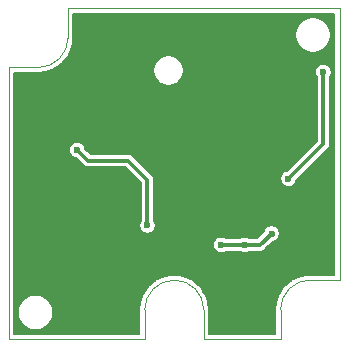
<source format=gbr>
G04 #@! TF.GenerationSoftware,KiCad,Pcbnew,5.1.6-c6e7f7d~87~ubuntu18.04.1*
G04 #@! TF.CreationDate,2020-08-30T01:02:13+03:00*
G04 #@! TF.ProjectId,nikon_gps,6e696b6f-6e5f-4677-9073-2e6b69636164,B*
G04 #@! TF.SameCoordinates,Original*
G04 #@! TF.FileFunction,Copper,L2,Bot*
G04 #@! TF.FilePolarity,Positive*
%FSLAX46Y46*%
G04 Gerber Fmt 4.6, Leading zero omitted, Abs format (unit mm)*
G04 Created by KiCad (PCBNEW 5.1.6-c6e7f7d~87~ubuntu18.04.1) date 2020-08-30 01:02:13*
%MOMM*%
%LPD*%
G01*
G04 APERTURE LIST*
G04 #@! TA.AperFunction,Profile*
%ADD10C,0.100000*%
G04 #@! TD*
G04 #@! TA.AperFunction,ViaPad*
%ADD11C,0.800000*%
G04 #@! TD*
G04 #@! TA.AperFunction,ViaPad*
%ADD12C,0.600000*%
G04 #@! TD*
G04 #@! TA.AperFunction,Conductor*
%ADD13C,0.350000*%
G04 #@! TD*
G04 #@! TA.AperFunction,Conductor*
%ADD14C,0.200000*%
G04 #@! TD*
G04 APERTURE END LIST*
D10*
X116500000Y-125500000D02*
X116500000Y-128000000D01*
X111500000Y-125500000D02*
X111500000Y-128000000D01*
X114000000Y-123000000D02*
G75*
G03*
X111500000Y-125500000I0J-2500000D01*
G01*
X116500000Y-125500000D02*
G75*
G03*
X114000000Y-123000000I-2500000J0D01*
G01*
X100000000Y-128000000D02*
X111500000Y-128000000D01*
X105000000Y-100000000D02*
X128000000Y-100000000D01*
X128000000Y-123000000D02*
X128000000Y-100000000D01*
X116500000Y-128000000D02*
X123000000Y-128000000D01*
X100000000Y-128000000D02*
X100000000Y-105000000D01*
X100000000Y-105000000D02*
X102500000Y-105000000D01*
X105000000Y-102500000D02*
X105000000Y-100000000D01*
X105000000Y-102500000D02*
G75*
G02*
X102500000Y-105000000I-2500000J0D01*
G01*
X123000000Y-125500000D02*
G75*
G02*
X125500000Y-123000000I2500000J0D01*
G01*
X123000000Y-125500000D02*
X123000000Y-128000000D01*
X125500000Y-123000000D02*
X128000000Y-123000000D01*
D11*
X115800000Y-105965000D03*
X111200000Y-105965000D03*
X115800000Y-108665000D03*
X112700000Y-108665000D03*
X114300000Y-108665000D03*
X111200000Y-108665000D03*
X115800000Y-103365000D03*
X114300000Y-103365000D03*
X112700000Y-103365000D03*
X111200000Y-103365000D03*
D12*
X111734600Y-118364000D03*
X126619000Y-105410000D03*
X117983000Y-120015000D03*
X123672500Y-114427000D03*
X122237500Y-119062500D03*
X119966500Y-120015000D03*
X105791000Y-111999000D03*
X110490000Y-115951000D03*
X118328000Y-121757000D03*
X123408000Y-121757000D03*
X119380000Y-103425000D03*
X121031000Y-102235000D03*
X120396000Y-103632000D03*
X101625400Y-107772200D03*
X108966000Y-125984000D03*
X111252000Y-123698000D03*
X104902000Y-125730000D03*
X116611704Y-123825000D03*
X108524000Y-115951000D03*
X123444000Y-108270000D03*
X125603000Y-108155500D03*
X115062000Y-114427000D03*
X124929900Y-111798100D03*
X106299000Y-119380000D03*
X107061000Y-119380000D03*
X103896400Y-113299000D03*
X103866000Y-111506000D03*
D13*
X126619000Y-111480500D02*
X126619000Y-110744000D01*
X123672500Y-114427000D02*
X126619000Y-111480500D01*
X126619000Y-105410000D02*
X126619000Y-110744000D01*
X119918000Y-120015000D02*
X119966500Y-120063500D01*
X117983000Y-120015000D02*
X119918000Y-120015000D01*
X117983000Y-120015000D02*
X119966500Y-120015000D01*
X121285000Y-120015000D02*
X122237500Y-119062500D01*
X119966500Y-120015000D02*
X121285000Y-120015000D01*
X111734600Y-114528600D02*
X110094000Y-112888000D01*
X110094000Y-112888000D02*
X106680000Y-112888000D01*
X111734600Y-118364000D02*
X111734600Y-114528600D01*
X106680000Y-112888000D02*
X105791000Y-111999000D01*
D14*
G36*
X127550000Y-122550000D02*
G01*
X125477895Y-122550000D01*
X125457364Y-122552022D01*
X125441763Y-122551913D01*
X125435509Y-122552526D01*
X124950267Y-122603527D01*
X124910283Y-122611735D01*
X124870251Y-122619371D01*
X124864236Y-122621187D01*
X124398143Y-122765467D01*
X124360554Y-122781268D01*
X124322727Y-122796551D01*
X124317180Y-122799500D01*
X123887987Y-123031564D01*
X123854167Y-123054376D01*
X123820047Y-123076703D01*
X123815178Y-123080674D01*
X123439233Y-123391683D01*
X123410507Y-123420610D01*
X123381353Y-123449160D01*
X123377348Y-123454001D01*
X123068972Y-123832108D01*
X123046406Y-123866072D01*
X123023359Y-123899732D01*
X123020371Y-123905258D01*
X122791309Y-124336062D01*
X122775761Y-124373782D01*
X122759699Y-124411258D01*
X122757841Y-124417260D01*
X122616818Y-124884350D01*
X122608886Y-124924408D01*
X122600417Y-124964253D01*
X122599760Y-124970501D01*
X122552190Y-125455659D01*
X122550000Y-125477896D01*
X122550001Y-127550000D01*
X116950000Y-127550000D01*
X116950000Y-125477895D01*
X116947978Y-125457364D01*
X116948087Y-125441763D01*
X116947474Y-125435509D01*
X116896473Y-124950267D01*
X116888265Y-124910283D01*
X116880629Y-124870251D01*
X116878813Y-124864236D01*
X116734533Y-124398143D01*
X116718732Y-124360554D01*
X116703449Y-124322727D01*
X116700500Y-124317180D01*
X116468436Y-123887987D01*
X116445624Y-123854167D01*
X116423297Y-123820047D01*
X116419326Y-123815178D01*
X116108317Y-123439233D01*
X116079390Y-123410507D01*
X116050840Y-123381353D01*
X116045999Y-123377348D01*
X115667892Y-123068972D01*
X115633928Y-123046406D01*
X115600268Y-123023359D01*
X115594742Y-123020371D01*
X115163938Y-122791309D01*
X115126218Y-122775761D01*
X115088742Y-122759699D01*
X115082744Y-122757842D01*
X115082738Y-122757840D01*
X114615650Y-122616818D01*
X114575592Y-122608886D01*
X114535747Y-122600417D01*
X114529499Y-122599760D01*
X114043912Y-122552148D01*
X114024253Y-122552148D01*
X114004710Y-122550025D01*
X113998427Y-122550003D01*
X113980974Y-122550064D01*
X113961418Y-122552050D01*
X113941763Y-122551913D01*
X113935509Y-122552526D01*
X113450267Y-122603527D01*
X113410283Y-122611735D01*
X113370251Y-122619371D01*
X113364236Y-122621187D01*
X112898143Y-122765467D01*
X112860554Y-122781268D01*
X112822727Y-122796551D01*
X112817180Y-122799500D01*
X112387987Y-123031564D01*
X112354167Y-123054376D01*
X112320047Y-123076703D01*
X112315178Y-123080674D01*
X111939233Y-123391683D01*
X111910507Y-123420610D01*
X111881353Y-123449160D01*
X111877348Y-123454001D01*
X111568972Y-123832108D01*
X111546406Y-123866072D01*
X111523359Y-123899732D01*
X111520371Y-123905258D01*
X111291309Y-124336062D01*
X111275761Y-124373782D01*
X111259699Y-124411258D01*
X111257841Y-124417260D01*
X111116818Y-124884350D01*
X111108886Y-124924408D01*
X111100417Y-124964253D01*
X111099760Y-124970501D01*
X111052190Y-125455659D01*
X111050000Y-125477896D01*
X111050001Y-127550000D01*
X100450000Y-127550000D01*
X100450000Y-125602263D01*
X100750000Y-125602263D01*
X100750000Y-125897737D01*
X100807644Y-126187534D01*
X100920717Y-126460517D01*
X101084874Y-126706194D01*
X101293806Y-126915126D01*
X101539483Y-127079283D01*
X101812466Y-127192356D01*
X102102263Y-127250000D01*
X102397737Y-127250000D01*
X102687534Y-127192356D01*
X102960517Y-127079283D01*
X103206194Y-126915126D01*
X103415126Y-126706194D01*
X103579283Y-126460517D01*
X103692356Y-126187534D01*
X103750000Y-125897737D01*
X103750000Y-125602263D01*
X103692356Y-125312466D01*
X103579283Y-125039483D01*
X103415126Y-124793806D01*
X103206194Y-124584874D01*
X102960517Y-124420717D01*
X102687534Y-124307644D01*
X102397737Y-124250000D01*
X102102263Y-124250000D01*
X101812466Y-124307644D01*
X101539483Y-124420717D01*
X101293806Y-124584874D01*
X101084874Y-124793806D01*
X100920717Y-125039483D01*
X100807644Y-125312466D01*
X100750000Y-125602263D01*
X100450000Y-125602263D01*
X100450000Y-119946056D01*
X117283000Y-119946056D01*
X117283000Y-120083944D01*
X117309901Y-120219182D01*
X117362668Y-120346574D01*
X117439274Y-120461224D01*
X117536776Y-120558726D01*
X117651426Y-120635332D01*
X117778818Y-120688099D01*
X117914056Y-120715000D01*
X118051944Y-120715000D01*
X118187182Y-120688099D01*
X118314574Y-120635332D01*
X118382419Y-120590000D01*
X119567081Y-120590000D01*
X119634926Y-120635332D01*
X119762318Y-120688099D01*
X119897556Y-120715000D01*
X120035444Y-120715000D01*
X120170682Y-120688099D01*
X120298074Y-120635332D01*
X120365919Y-120590000D01*
X121256757Y-120590000D01*
X121285000Y-120592782D01*
X121313243Y-120590000D01*
X121313246Y-120590000D01*
X121397720Y-120581680D01*
X121506108Y-120548801D01*
X121605998Y-120495408D01*
X121693554Y-120423554D01*
X121711565Y-120401607D01*
X122361655Y-119751518D01*
X122441682Y-119735599D01*
X122569074Y-119682832D01*
X122683724Y-119606226D01*
X122781226Y-119508724D01*
X122857832Y-119394074D01*
X122910599Y-119266682D01*
X122937500Y-119131444D01*
X122937500Y-118993556D01*
X122910599Y-118858318D01*
X122857832Y-118730926D01*
X122781226Y-118616276D01*
X122683724Y-118518774D01*
X122569074Y-118442168D01*
X122441682Y-118389401D01*
X122306444Y-118362500D01*
X122168556Y-118362500D01*
X122033318Y-118389401D01*
X121905926Y-118442168D01*
X121791276Y-118518774D01*
X121693774Y-118616276D01*
X121617168Y-118730926D01*
X121564401Y-118858318D01*
X121548482Y-118938345D01*
X121046828Y-119440000D01*
X120365919Y-119440000D01*
X120298074Y-119394668D01*
X120170682Y-119341901D01*
X120035444Y-119315000D01*
X119897556Y-119315000D01*
X119762318Y-119341901D01*
X119634926Y-119394668D01*
X119567081Y-119440000D01*
X118382419Y-119440000D01*
X118314574Y-119394668D01*
X118187182Y-119341901D01*
X118051944Y-119315000D01*
X117914056Y-119315000D01*
X117778818Y-119341901D01*
X117651426Y-119394668D01*
X117536776Y-119471274D01*
X117439274Y-119568776D01*
X117362668Y-119683426D01*
X117309901Y-119810818D01*
X117283000Y-119946056D01*
X100450000Y-119946056D01*
X100450000Y-111930056D01*
X105091000Y-111930056D01*
X105091000Y-112067944D01*
X105117901Y-112203182D01*
X105170668Y-112330574D01*
X105247274Y-112445224D01*
X105344776Y-112542726D01*
X105459426Y-112619332D01*
X105586818Y-112672099D01*
X105666845Y-112688018D01*
X106253439Y-113274612D01*
X106271446Y-113296554D01*
X106293386Y-113314559D01*
X106359001Y-113368408D01*
X106458892Y-113421801D01*
X106567280Y-113454680D01*
X106651754Y-113463000D01*
X106651757Y-113463000D01*
X106680000Y-113465782D01*
X106708243Y-113463000D01*
X109855828Y-113463000D01*
X111159601Y-114766774D01*
X111159600Y-117964581D01*
X111114268Y-118032426D01*
X111061501Y-118159818D01*
X111034600Y-118295056D01*
X111034600Y-118432944D01*
X111061501Y-118568182D01*
X111114268Y-118695574D01*
X111190874Y-118810224D01*
X111288376Y-118907726D01*
X111403026Y-118984332D01*
X111530418Y-119037099D01*
X111665656Y-119064000D01*
X111803544Y-119064000D01*
X111938782Y-119037099D01*
X112066174Y-118984332D01*
X112180824Y-118907726D01*
X112278326Y-118810224D01*
X112354932Y-118695574D01*
X112407699Y-118568182D01*
X112434600Y-118432944D01*
X112434600Y-118295056D01*
X112407699Y-118159818D01*
X112354932Y-118032426D01*
X112309600Y-117964581D01*
X112309600Y-114556843D01*
X112312382Y-114528600D01*
X112309600Y-114500354D01*
X112301280Y-114415880D01*
X112283740Y-114358056D01*
X122972500Y-114358056D01*
X122972500Y-114495944D01*
X122999401Y-114631182D01*
X123052168Y-114758574D01*
X123128774Y-114873224D01*
X123226276Y-114970726D01*
X123340926Y-115047332D01*
X123468318Y-115100099D01*
X123603556Y-115127000D01*
X123741444Y-115127000D01*
X123876682Y-115100099D01*
X124004074Y-115047332D01*
X124118724Y-114970726D01*
X124216226Y-114873224D01*
X124292832Y-114758574D01*
X124345599Y-114631182D01*
X124361518Y-114551154D01*
X127005613Y-111907060D01*
X127027554Y-111889054D01*
X127061782Y-111847347D01*
X127099408Y-111801499D01*
X127152801Y-111701608D01*
X127163170Y-111667426D01*
X127185680Y-111593220D01*
X127194000Y-111508746D01*
X127194000Y-111508744D01*
X127196782Y-111480501D01*
X127194000Y-111452258D01*
X127194000Y-105809419D01*
X127239332Y-105741574D01*
X127292099Y-105614182D01*
X127319000Y-105478944D01*
X127319000Y-105341056D01*
X127292099Y-105205818D01*
X127239332Y-105078426D01*
X127162726Y-104963776D01*
X127065224Y-104866274D01*
X126950574Y-104789668D01*
X126823182Y-104736901D01*
X126687944Y-104710000D01*
X126550056Y-104710000D01*
X126414818Y-104736901D01*
X126287426Y-104789668D01*
X126172776Y-104866274D01*
X126075274Y-104963776D01*
X125998668Y-105078426D01*
X125945901Y-105205818D01*
X125919000Y-105341056D01*
X125919000Y-105478944D01*
X125945901Y-105614182D01*
X125998668Y-105741574D01*
X126044000Y-105809419D01*
X126044001Y-110715744D01*
X126044000Y-110715754D01*
X126044000Y-111242327D01*
X123548346Y-113737982D01*
X123468318Y-113753901D01*
X123340926Y-113806668D01*
X123226276Y-113883274D01*
X123128774Y-113980776D01*
X123052168Y-114095426D01*
X122999401Y-114222818D01*
X122972500Y-114358056D01*
X112283740Y-114358056D01*
X112268401Y-114307492D01*
X112215008Y-114207601D01*
X112161159Y-114141986D01*
X112143154Y-114120046D01*
X112121212Y-114102039D01*
X110520565Y-112501393D01*
X110502554Y-112479446D01*
X110414998Y-112407592D01*
X110315108Y-112354199D01*
X110206720Y-112321320D01*
X110122246Y-112313000D01*
X110122243Y-112313000D01*
X110094000Y-112310218D01*
X110065757Y-112313000D01*
X106918173Y-112313000D01*
X106480018Y-111874845D01*
X106464099Y-111794818D01*
X106411332Y-111667426D01*
X106334726Y-111552776D01*
X106237224Y-111455274D01*
X106122574Y-111378668D01*
X105995182Y-111325901D01*
X105859944Y-111299000D01*
X105722056Y-111299000D01*
X105586818Y-111325901D01*
X105459426Y-111378668D01*
X105344776Y-111455274D01*
X105247274Y-111552776D01*
X105170668Y-111667426D01*
X105117901Y-111794818D01*
X105091000Y-111930056D01*
X100450000Y-111930056D01*
X100450000Y-105450000D01*
X102522105Y-105450000D01*
X102542636Y-105447978D01*
X102558238Y-105448087D01*
X102564491Y-105447474D01*
X103049733Y-105396473D01*
X103089692Y-105388270D01*
X103129748Y-105380629D01*
X103135763Y-105378813D01*
X103601857Y-105234533D01*
X103639460Y-105218726D01*
X103677272Y-105203449D01*
X103682820Y-105200500D01*
X103779833Y-105148045D01*
X112211000Y-105148045D01*
X112211000Y-105401955D01*
X112260535Y-105650987D01*
X112357703Y-105885570D01*
X112498768Y-106096690D01*
X112678310Y-106276232D01*
X112889430Y-106417297D01*
X113124013Y-106514465D01*
X113373045Y-106564000D01*
X113626955Y-106564000D01*
X113875987Y-106514465D01*
X114110570Y-106417297D01*
X114321690Y-106276232D01*
X114501232Y-106096690D01*
X114642297Y-105885570D01*
X114739465Y-105650987D01*
X114789000Y-105401955D01*
X114789000Y-105148045D01*
X114739465Y-104899013D01*
X114642297Y-104664430D01*
X114501232Y-104453310D01*
X114321690Y-104273768D01*
X114110570Y-104132703D01*
X113875987Y-104035535D01*
X113626955Y-103986000D01*
X113373045Y-103986000D01*
X113124013Y-104035535D01*
X112889430Y-104132703D01*
X112678310Y-104273768D01*
X112498768Y-104453310D01*
X112357703Y-104664430D01*
X112260535Y-104899013D01*
X112211000Y-105148045D01*
X103779833Y-105148045D01*
X104112013Y-104968436D01*
X104145852Y-104945611D01*
X104179953Y-104923296D01*
X104184822Y-104919325D01*
X104560768Y-104608317D01*
X104589546Y-104579337D01*
X104618647Y-104550840D01*
X104622647Y-104546005D01*
X104622652Y-104546000D01*
X104622656Y-104545995D01*
X104931029Y-104167892D01*
X104953627Y-104133879D01*
X104976641Y-104100268D01*
X104979625Y-104094749D01*
X104979630Y-104094741D01*
X104979633Y-104094733D01*
X105208692Y-103663938D01*
X105224237Y-103626223D01*
X105240301Y-103588743D01*
X105242159Y-103582740D01*
X105383182Y-103115651D01*
X105391115Y-103075585D01*
X105399583Y-103035747D01*
X105400240Y-103029498D01*
X105447852Y-102543912D01*
X105450000Y-102522105D01*
X105450000Y-102102263D01*
X124250000Y-102102263D01*
X124250000Y-102397737D01*
X124307644Y-102687534D01*
X124420717Y-102960517D01*
X124584874Y-103206194D01*
X124793806Y-103415126D01*
X125039483Y-103579283D01*
X125312466Y-103692356D01*
X125602263Y-103750000D01*
X125897737Y-103750000D01*
X126187534Y-103692356D01*
X126460517Y-103579283D01*
X126706194Y-103415126D01*
X126915126Y-103206194D01*
X127079283Y-102960517D01*
X127192356Y-102687534D01*
X127250000Y-102397737D01*
X127250000Y-102102263D01*
X127192356Y-101812466D01*
X127079283Y-101539483D01*
X126915126Y-101293806D01*
X126706194Y-101084874D01*
X126460517Y-100920717D01*
X126187534Y-100807644D01*
X125897737Y-100750000D01*
X125602263Y-100750000D01*
X125312466Y-100807644D01*
X125039483Y-100920717D01*
X124793806Y-101084874D01*
X124584874Y-101293806D01*
X124420717Y-101539483D01*
X124307644Y-101812466D01*
X124250000Y-102102263D01*
X105450000Y-102102263D01*
X105450000Y-100450000D01*
X127550001Y-100450000D01*
X127550000Y-122550000D01*
G37*
X127550000Y-122550000D02*
X125477895Y-122550000D01*
X125457364Y-122552022D01*
X125441763Y-122551913D01*
X125435509Y-122552526D01*
X124950267Y-122603527D01*
X124910283Y-122611735D01*
X124870251Y-122619371D01*
X124864236Y-122621187D01*
X124398143Y-122765467D01*
X124360554Y-122781268D01*
X124322727Y-122796551D01*
X124317180Y-122799500D01*
X123887987Y-123031564D01*
X123854167Y-123054376D01*
X123820047Y-123076703D01*
X123815178Y-123080674D01*
X123439233Y-123391683D01*
X123410507Y-123420610D01*
X123381353Y-123449160D01*
X123377348Y-123454001D01*
X123068972Y-123832108D01*
X123046406Y-123866072D01*
X123023359Y-123899732D01*
X123020371Y-123905258D01*
X122791309Y-124336062D01*
X122775761Y-124373782D01*
X122759699Y-124411258D01*
X122757841Y-124417260D01*
X122616818Y-124884350D01*
X122608886Y-124924408D01*
X122600417Y-124964253D01*
X122599760Y-124970501D01*
X122552190Y-125455659D01*
X122550000Y-125477896D01*
X122550001Y-127550000D01*
X116950000Y-127550000D01*
X116950000Y-125477895D01*
X116947978Y-125457364D01*
X116948087Y-125441763D01*
X116947474Y-125435509D01*
X116896473Y-124950267D01*
X116888265Y-124910283D01*
X116880629Y-124870251D01*
X116878813Y-124864236D01*
X116734533Y-124398143D01*
X116718732Y-124360554D01*
X116703449Y-124322727D01*
X116700500Y-124317180D01*
X116468436Y-123887987D01*
X116445624Y-123854167D01*
X116423297Y-123820047D01*
X116419326Y-123815178D01*
X116108317Y-123439233D01*
X116079390Y-123410507D01*
X116050840Y-123381353D01*
X116045999Y-123377348D01*
X115667892Y-123068972D01*
X115633928Y-123046406D01*
X115600268Y-123023359D01*
X115594742Y-123020371D01*
X115163938Y-122791309D01*
X115126218Y-122775761D01*
X115088742Y-122759699D01*
X115082744Y-122757842D01*
X115082738Y-122757840D01*
X114615650Y-122616818D01*
X114575592Y-122608886D01*
X114535747Y-122600417D01*
X114529499Y-122599760D01*
X114043912Y-122552148D01*
X114024253Y-122552148D01*
X114004710Y-122550025D01*
X113998427Y-122550003D01*
X113980974Y-122550064D01*
X113961418Y-122552050D01*
X113941763Y-122551913D01*
X113935509Y-122552526D01*
X113450267Y-122603527D01*
X113410283Y-122611735D01*
X113370251Y-122619371D01*
X113364236Y-122621187D01*
X112898143Y-122765467D01*
X112860554Y-122781268D01*
X112822727Y-122796551D01*
X112817180Y-122799500D01*
X112387987Y-123031564D01*
X112354167Y-123054376D01*
X112320047Y-123076703D01*
X112315178Y-123080674D01*
X111939233Y-123391683D01*
X111910507Y-123420610D01*
X111881353Y-123449160D01*
X111877348Y-123454001D01*
X111568972Y-123832108D01*
X111546406Y-123866072D01*
X111523359Y-123899732D01*
X111520371Y-123905258D01*
X111291309Y-124336062D01*
X111275761Y-124373782D01*
X111259699Y-124411258D01*
X111257841Y-124417260D01*
X111116818Y-124884350D01*
X111108886Y-124924408D01*
X111100417Y-124964253D01*
X111099760Y-124970501D01*
X111052190Y-125455659D01*
X111050000Y-125477896D01*
X111050001Y-127550000D01*
X100450000Y-127550000D01*
X100450000Y-125602263D01*
X100750000Y-125602263D01*
X100750000Y-125897737D01*
X100807644Y-126187534D01*
X100920717Y-126460517D01*
X101084874Y-126706194D01*
X101293806Y-126915126D01*
X101539483Y-127079283D01*
X101812466Y-127192356D01*
X102102263Y-127250000D01*
X102397737Y-127250000D01*
X102687534Y-127192356D01*
X102960517Y-127079283D01*
X103206194Y-126915126D01*
X103415126Y-126706194D01*
X103579283Y-126460517D01*
X103692356Y-126187534D01*
X103750000Y-125897737D01*
X103750000Y-125602263D01*
X103692356Y-125312466D01*
X103579283Y-125039483D01*
X103415126Y-124793806D01*
X103206194Y-124584874D01*
X102960517Y-124420717D01*
X102687534Y-124307644D01*
X102397737Y-124250000D01*
X102102263Y-124250000D01*
X101812466Y-124307644D01*
X101539483Y-124420717D01*
X101293806Y-124584874D01*
X101084874Y-124793806D01*
X100920717Y-125039483D01*
X100807644Y-125312466D01*
X100750000Y-125602263D01*
X100450000Y-125602263D01*
X100450000Y-119946056D01*
X117283000Y-119946056D01*
X117283000Y-120083944D01*
X117309901Y-120219182D01*
X117362668Y-120346574D01*
X117439274Y-120461224D01*
X117536776Y-120558726D01*
X117651426Y-120635332D01*
X117778818Y-120688099D01*
X117914056Y-120715000D01*
X118051944Y-120715000D01*
X118187182Y-120688099D01*
X118314574Y-120635332D01*
X118382419Y-120590000D01*
X119567081Y-120590000D01*
X119634926Y-120635332D01*
X119762318Y-120688099D01*
X119897556Y-120715000D01*
X120035444Y-120715000D01*
X120170682Y-120688099D01*
X120298074Y-120635332D01*
X120365919Y-120590000D01*
X121256757Y-120590000D01*
X121285000Y-120592782D01*
X121313243Y-120590000D01*
X121313246Y-120590000D01*
X121397720Y-120581680D01*
X121506108Y-120548801D01*
X121605998Y-120495408D01*
X121693554Y-120423554D01*
X121711565Y-120401607D01*
X122361655Y-119751518D01*
X122441682Y-119735599D01*
X122569074Y-119682832D01*
X122683724Y-119606226D01*
X122781226Y-119508724D01*
X122857832Y-119394074D01*
X122910599Y-119266682D01*
X122937500Y-119131444D01*
X122937500Y-118993556D01*
X122910599Y-118858318D01*
X122857832Y-118730926D01*
X122781226Y-118616276D01*
X122683724Y-118518774D01*
X122569074Y-118442168D01*
X122441682Y-118389401D01*
X122306444Y-118362500D01*
X122168556Y-118362500D01*
X122033318Y-118389401D01*
X121905926Y-118442168D01*
X121791276Y-118518774D01*
X121693774Y-118616276D01*
X121617168Y-118730926D01*
X121564401Y-118858318D01*
X121548482Y-118938345D01*
X121046828Y-119440000D01*
X120365919Y-119440000D01*
X120298074Y-119394668D01*
X120170682Y-119341901D01*
X120035444Y-119315000D01*
X119897556Y-119315000D01*
X119762318Y-119341901D01*
X119634926Y-119394668D01*
X119567081Y-119440000D01*
X118382419Y-119440000D01*
X118314574Y-119394668D01*
X118187182Y-119341901D01*
X118051944Y-119315000D01*
X117914056Y-119315000D01*
X117778818Y-119341901D01*
X117651426Y-119394668D01*
X117536776Y-119471274D01*
X117439274Y-119568776D01*
X117362668Y-119683426D01*
X117309901Y-119810818D01*
X117283000Y-119946056D01*
X100450000Y-119946056D01*
X100450000Y-111930056D01*
X105091000Y-111930056D01*
X105091000Y-112067944D01*
X105117901Y-112203182D01*
X105170668Y-112330574D01*
X105247274Y-112445224D01*
X105344776Y-112542726D01*
X105459426Y-112619332D01*
X105586818Y-112672099D01*
X105666845Y-112688018D01*
X106253439Y-113274612D01*
X106271446Y-113296554D01*
X106293386Y-113314559D01*
X106359001Y-113368408D01*
X106458892Y-113421801D01*
X106567280Y-113454680D01*
X106651754Y-113463000D01*
X106651757Y-113463000D01*
X106680000Y-113465782D01*
X106708243Y-113463000D01*
X109855828Y-113463000D01*
X111159601Y-114766774D01*
X111159600Y-117964581D01*
X111114268Y-118032426D01*
X111061501Y-118159818D01*
X111034600Y-118295056D01*
X111034600Y-118432944D01*
X111061501Y-118568182D01*
X111114268Y-118695574D01*
X111190874Y-118810224D01*
X111288376Y-118907726D01*
X111403026Y-118984332D01*
X111530418Y-119037099D01*
X111665656Y-119064000D01*
X111803544Y-119064000D01*
X111938782Y-119037099D01*
X112066174Y-118984332D01*
X112180824Y-118907726D01*
X112278326Y-118810224D01*
X112354932Y-118695574D01*
X112407699Y-118568182D01*
X112434600Y-118432944D01*
X112434600Y-118295056D01*
X112407699Y-118159818D01*
X112354932Y-118032426D01*
X112309600Y-117964581D01*
X112309600Y-114556843D01*
X112312382Y-114528600D01*
X112309600Y-114500354D01*
X112301280Y-114415880D01*
X112283740Y-114358056D01*
X122972500Y-114358056D01*
X122972500Y-114495944D01*
X122999401Y-114631182D01*
X123052168Y-114758574D01*
X123128774Y-114873224D01*
X123226276Y-114970726D01*
X123340926Y-115047332D01*
X123468318Y-115100099D01*
X123603556Y-115127000D01*
X123741444Y-115127000D01*
X123876682Y-115100099D01*
X124004074Y-115047332D01*
X124118724Y-114970726D01*
X124216226Y-114873224D01*
X124292832Y-114758574D01*
X124345599Y-114631182D01*
X124361518Y-114551154D01*
X127005613Y-111907060D01*
X127027554Y-111889054D01*
X127061782Y-111847347D01*
X127099408Y-111801499D01*
X127152801Y-111701608D01*
X127163170Y-111667426D01*
X127185680Y-111593220D01*
X127194000Y-111508746D01*
X127194000Y-111508744D01*
X127196782Y-111480501D01*
X127194000Y-111452258D01*
X127194000Y-105809419D01*
X127239332Y-105741574D01*
X127292099Y-105614182D01*
X127319000Y-105478944D01*
X127319000Y-105341056D01*
X127292099Y-105205818D01*
X127239332Y-105078426D01*
X127162726Y-104963776D01*
X127065224Y-104866274D01*
X126950574Y-104789668D01*
X126823182Y-104736901D01*
X126687944Y-104710000D01*
X126550056Y-104710000D01*
X126414818Y-104736901D01*
X126287426Y-104789668D01*
X126172776Y-104866274D01*
X126075274Y-104963776D01*
X125998668Y-105078426D01*
X125945901Y-105205818D01*
X125919000Y-105341056D01*
X125919000Y-105478944D01*
X125945901Y-105614182D01*
X125998668Y-105741574D01*
X126044000Y-105809419D01*
X126044001Y-110715744D01*
X126044000Y-110715754D01*
X126044000Y-111242327D01*
X123548346Y-113737982D01*
X123468318Y-113753901D01*
X123340926Y-113806668D01*
X123226276Y-113883274D01*
X123128774Y-113980776D01*
X123052168Y-114095426D01*
X122999401Y-114222818D01*
X122972500Y-114358056D01*
X112283740Y-114358056D01*
X112268401Y-114307492D01*
X112215008Y-114207601D01*
X112161159Y-114141986D01*
X112143154Y-114120046D01*
X112121212Y-114102039D01*
X110520565Y-112501393D01*
X110502554Y-112479446D01*
X110414998Y-112407592D01*
X110315108Y-112354199D01*
X110206720Y-112321320D01*
X110122246Y-112313000D01*
X110122243Y-112313000D01*
X110094000Y-112310218D01*
X110065757Y-112313000D01*
X106918173Y-112313000D01*
X106480018Y-111874845D01*
X106464099Y-111794818D01*
X106411332Y-111667426D01*
X106334726Y-111552776D01*
X106237224Y-111455274D01*
X106122574Y-111378668D01*
X105995182Y-111325901D01*
X105859944Y-111299000D01*
X105722056Y-111299000D01*
X105586818Y-111325901D01*
X105459426Y-111378668D01*
X105344776Y-111455274D01*
X105247274Y-111552776D01*
X105170668Y-111667426D01*
X105117901Y-111794818D01*
X105091000Y-111930056D01*
X100450000Y-111930056D01*
X100450000Y-105450000D01*
X102522105Y-105450000D01*
X102542636Y-105447978D01*
X102558238Y-105448087D01*
X102564491Y-105447474D01*
X103049733Y-105396473D01*
X103089692Y-105388270D01*
X103129748Y-105380629D01*
X103135763Y-105378813D01*
X103601857Y-105234533D01*
X103639460Y-105218726D01*
X103677272Y-105203449D01*
X103682820Y-105200500D01*
X103779833Y-105148045D01*
X112211000Y-105148045D01*
X112211000Y-105401955D01*
X112260535Y-105650987D01*
X112357703Y-105885570D01*
X112498768Y-106096690D01*
X112678310Y-106276232D01*
X112889430Y-106417297D01*
X113124013Y-106514465D01*
X113373045Y-106564000D01*
X113626955Y-106564000D01*
X113875987Y-106514465D01*
X114110570Y-106417297D01*
X114321690Y-106276232D01*
X114501232Y-106096690D01*
X114642297Y-105885570D01*
X114739465Y-105650987D01*
X114789000Y-105401955D01*
X114789000Y-105148045D01*
X114739465Y-104899013D01*
X114642297Y-104664430D01*
X114501232Y-104453310D01*
X114321690Y-104273768D01*
X114110570Y-104132703D01*
X113875987Y-104035535D01*
X113626955Y-103986000D01*
X113373045Y-103986000D01*
X113124013Y-104035535D01*
X112889430Y-104132703D01*
X112678310Y-104273768D01*
X112498768Y-104453310D01*
X112357703Y-104664430D01*
X112260535Y-104899013D01*
X112211000Y-105148045D01*
X103779833Y-105148045D01*
X104112013Y-104968436D01*
X104145852Y-104945611D01*
X104179953Y-104923296D01*
X104184822Y-104919325D01*
X104560768Y-104608317D01*
X104589546Y-104579337D01*
X104618647Y-104550840D01*
X104622647Y-104546005D01*
X104622652Y-104546000D01*
X104622656Y-104545995D01*
X104931029Y-104167892D01*
X104953627Y-104133879D01*
X104976641Y-104100268D01*
X104979625Y-104094749D01*
X104979630Y-104094741D01*
X104979633Y-104094733D01*
X105208692Y-103663938D01*
X105224237Y-103626223D01*
X105240301Y-103588743D01*
X105242159Y-103582740D01*
X105383182Y-103115651D01*
X105391115Y-103075585D01*
X105399583Y-103035747D01*
X105400240Y-103029498D01*
X105447852Y-102543912D01*
X105450000Y-102522105D01*
X105450000Y-102102263D01*
X124250000Y-102102263D01*
X124250000Y-102397737D01*
X124307644Y-102687534D01*
X124420717Y-102960517D01*
X124584874Y-103206194D01*
X124793806Y-103415126D01*
X125039483Y-103579283D01*
X125312466Y-103692356D01*
X125602263Y-103750000D01*
X125897737Y-103750000D01*
X126187534Y-103692356D01*
X126460517Y-103579283D01*
X126706194Y-103415126D01*
X126915126Y-103206194D01*
X127079283Y-102960517D01*
X127192356Y-102687534D01*
X127250000Y-102397737D01*
X127250000Y-102102263D01*
X127192356Y-101812466D01*
X127079283Y-101539483D01*
X126915126Y-101293806D01*
X126706194Y-101084874D01*
X126460517Y-100920717D01*
X126187534Y-100807644D01*
X125897737Y-100750000D01*
X125602263Y-100750000D01*
X125312466Y-100807644D01*
X125039483Y-100920717D01*
X124793806Y-101084874D01*
X124584874Y-101293806D01*
X124420717Y-101539483D01*
X124307644Y-101812466D01*
X124250000Y-102102263D01*
X105450000Y-102102263D01*
X105450000Y-100450000D01*
X127550001Y-100450000D01*
X127550000Y-122550000D01*
M02*

</source>
